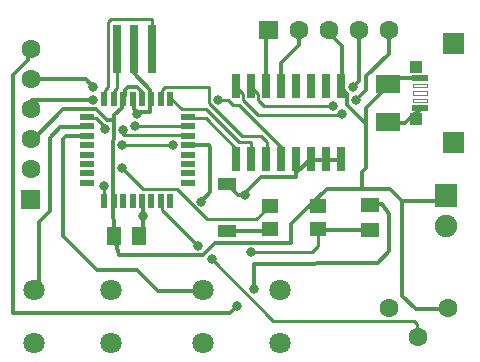
<source format=gbr>
%FSLAX34Y34*%
%MOMM*%
%LNCOPPER_TOP*%
G71*
G01*
%ADD10C,0.099*%
%ADD11R,0.559X1.270*%
%ADD12R,1.270X0.559*%
%ADD13C,1.800*%
%ADD14R,0.660X2.032*%
%ADD15C,1.600*%
%ADD16R,0.701X4.100*%
%ADD17C,0.305*%
%ADD18C,0.810*%
%ADD19C,0.300*%
%ADD20C,0.254*%
%ADD21C,1.900*%
%ADD22R,1.300X1.600*%
%ADD23R,1.400X1.300*%
%ADD24R,1.600X1.000*%
%ADD25R,1.600X1.300*%
%ADD26C,0.250*%
%ADD27R,2.000X1.600*%
%ADD28R,1.400X0.500*%
%LPD*%
G36*
X372138Y199665D02*
X389938Y199665D01*
X389938Y181865D01*
X372138Y181865D01*
X372138Y199665D01*
G37*
G36*
X372138Y283181D02*
X389938Y283181D01*
X389938Y265381D01*
X372138Y265381D01*
X372138Y283181D01*
G37*
G54D10*
X359270Y240524D02*
X346773Y240524D01*
X346773Y237527D01*
X359270Y237527D01*
X359270Y240524D01*
G54D10*
X359270Y240422D02*
X346773Y240422D01*
G54D10*
X359270Y247026D02*
X346773Y247026D01*
X346773Y244029D01*
X359270Y244029D01*
X359270Y247026D01*
G54D10*
X346773Y234022D02*
X359270Y234022D01*
X359270Y231024D01*
X346773Y231024D01*
X346773Y234022D01*
G54D10*
X359270Y233920D02*
X346773Y233920D01*
G54D10*
X346773Y227519D02*
X359270Y227519D01*
X359270Y224522D01*
X346773Y224522D01*
X346773Y227519D01*
G54D10*
X359270Y227418D02*
X346773Y227418D01*
G54D10*
X346773Y221017D02*
X359270Y221017D01*
X359270Y218020D01*
X346773Y218020D01*
X346773Y221017D01*
G54D10*
X359270Y220915D02*
X346773Y220915D01*
G36*
X344741Y215302D02*
X354799Y215302D01*
X354799Y205244D01*
X344741Y205244D01*
X344741Y215302D01*
G37*
G36*
X344741Y259802D02*
X354799Y259802D01*
X354799Y249744D01*
X344741Y249744D01*
X344741Y259802D01*
G37*
X141668Y227316D02*
G54D11*
D03*
X133667Y227316D02*
G54D11*
D03*
X125666Y227316D02*
G54D11*
D03*
X117665Y227316D02*
G54D11*
D03*
X109664Y227316D02*
G54D11*
D03*
X101663Y227316D02*
G54D11*
D03*
X93662Y227316D02*
G54D11*
D03*
X85661Y227316D02*
G54D11*
D03*
X85661Y141464D02*
G54D11*
D03*
X93662Y141464D02*
G54D11*
D03*
X101663Y141464D02*
G54D11*
D03*
X109664Y141464D02*
G54D11*
D03*
X117665Y141464D02*
G54D11*
D03*
X125666Y141464D02*
G54D11*
D03*
X133667Y141464D02*
G54D11*
D03*
X141668Y141464D02*
G54D11*
D03*
X156603Y156399D02*
G54D12*
D03*
X156603Y164400D02*
G54D12*
D03*
X156603Y172401D02*
G54D12*
D03*
X156603Y180402D02*
G54D12*
D03*
X156603Y188403D02*
G54D12*
D03*
X156603Y196404D02*
G54D12*
D03*
X156603Y204405D02*
G54D12*
D03*
X156603Y212406D02*
G54D12*
D03*
X70751Y212406D02*
G54D12*
D03*
X70751Y204405D02*
G54D12*
D03*
X70751Y196404D02*
G54D12*
D03*
X70751Y188403D02*
G54D12*
D03*
X70751Y180402D02*
G54D12*
D03*
X70751Y172401D02*
G54D12*
D03*
X70751Y164400D02*
G54D12*
D03*
X70751Y156399D02*
G54D12*
D03*
X26276Y66051D02*
G54D13*
D03*
X26276Y21043D02*
G54D13*
D03*
X91300Y21043D02*
G54D13*
D03*
X91300Y66051D02*
G54D13*
D03*
X169126Y66051D02*
G54D13*
D03*
X234150Y66051D02*
G54D13*
D03*
X234150Y21043D02*
G54D13*
D03*
X169126Y21043D02*
G54D13*
D03*
X197675Y176592D02*
G54D14*
D03*
X210375Y176592D02*
G54D14*
D03*
X223075Y176592D02*
G54D14*
D03*
X235775Y176592D02*
G54D14*
D03*
X248475Y176592D02*
G54D14*
D03*
X261175Y176592D02*
G54D14*
D03*
X273875Y176592D02*
G54D14*
D03*
X286575Y176592D02*
G54D14*
D03*
X286575Y238060D02*
G54D14*
D03*
X273875Y238060D02*
G54D14*
D03*
X261175Y238060D02*
G54D14*
D03*
X248475Y238060D02*
G54D14*
D03*
X235775Y238060D02*
G54D14*
D03*
X223075Y238060D02*
G54D14*
D03*
X210375Y238060D02*
G54D14*
D03*
X197675Y238060D02*
G54D14*
D03*
G36*
X216802Y293863D02*
X232802Y293863D01*
X232802Y277863D01*
X216802Y277863D01*
X216802Y293863D01*
G37*
G36*
X15482Y150353D02*
X31482Y150353D01*
X31482Y134353D01*
X15482Y134353D01*
X15482Y150353D01*
G37*
X23482Y167753D02*
G54D15*
D03*
X23482Y193153D02*
G54D15*
D03*
X23482Y218553D02*
G54D15*
D03*
X23482Y243953D02*
G54D15*
D03*
X23482Y269353D02*
G54D15*
D03*
X250202Y285863D02*
G54D15*
D03*
X275602Y285863D02*
G54D15*
D03*
X301002Y285863D02*
G54D15*
D03*
X326402Y285863D02*
G54D15*
D03*
X126200Y269988D02*
G54D16*
D03*
X111188Y269988D02*
G54D16*
D03*
X96177Y269988D02*
G54D16*
D03*
G54D17*
X288658Y151497D02*
X303898Y151497D01*
X303898Y165467D01*
X307708Y169277D01*
X307708Y207377D01*
X306438Y207377D01*
X291198Y222617D01*
X291198Y231507D01*
X288658Y234047D01*
X288658Y235317D01*
X286118Y237857D01*
X286575Y238060D01*
X287388Y239127D01*
X287388Y272147D01*
X274688Y284847D01*
X275602Y285863D01*
G54D17*
X353022Y245528D02*
X352158Y245477D01*
X320408Y245477D01*
X320408Y236587D01*
X319240Y236028D01*
X320408Y235317D01*
X320408Y232777D01*
X307708Y220077D01*
X307708Y207377D01*
G54D17*
X319240Y208520D02*
X320408Y207377D01*
X340728Y207377D01*
X348348Y214997D01*
X349770Y210273D01*
X349618Y211187D01*
X349618Y214997D01*
X353428Y218807D01*
X353022Y219518D01*
G54D17*
X286575Y176592D02*
X286118Y176897D01*
X284848Y175627D01*
X274688Y175627D01*
X273875Y176592D01*
X273418Y176897D01*
X272148Y175627D01*
X261988Y175627D01*
X261175Y176592D01*
X260718Y176897D01*
X249288Y165467D01*
X248018Y165467D01*
X248018Y161657D01*
X218808Y161657D01*
X204203Y147052D01*
X204838Y146417D01*
G54D17*
X248475Y176592D02*
X248018Y175627D01*
X248018Y165467D01*
G54D17*
X93662Y111125D02*
X93078Y141337D01*
X93662Y141464D01*
X93078Y142607D01*
X93078Y192137D01*
X94348Y193407D01*
X94348Y209917D01*
X87998Y209917D01*
X79108Y218807D01*
X51168Y218807D01*
X24498Y192137D01*
X23482Y193153D01*
G54D17*
X94348Y209917D02*
X94348Y213727D01*
X100698Y220077D01*
X100698Y225157D01*
X101968Y226427D01*
X101663Y227316D01*
X100698Y227697D01*
X103238Y230237D01*
X103238Y235317D01*
X105778Y237857D01*
X113398Y237857D01*
X118478Y232777D01*
X118478Y227697D01*
X117665Y227316D01*
G54D17*
X109664Y227316D02*
X109588Y226427D01*
X110858Y225157D01*
X110858Y218807D01*
X113398Y216267D01*
X113398Y214997D01*
G54D17*
X113398Y216267D02*
X124828Y216267D01*
X124828Y226427D01*
X125666Y227316D01*
X126098Y227697D01*
X124828Y228967D01*
X124828Y235317D01*
X110858Y249287D01*
X110858Y269607D01*
X111188Y269988D01*
G54D17*
X117665Y141464D02*
X118478Y141337D01*
X118478Y128637D01*
X118478Y115937D01*
X115938Y113397D01*
X116014Y113041D01*
X118478Y128637D02*
G54D18*
D03*
X85458Y154037D02*
G54D18*
D03*
X100698Y169277D02*
G54D18*
D03*
X100698Y188327D02*
G54D18*
D03*
X101968Y201027D02*
G54D18*
D03*
X112128Y204837D02*
G54D18*
D03*
X113398Y214997D02*
G54D18*
D03*
X86728Y202297D02*
G54D18*
D03*
X76568Y226427D02*
G54D18*
D03*
X76568Y237857D02*
G54D18*
D03*
X143878Y188327D02*
G54D18*
D03*
X181978Y226427D02*
G54D18*
D03*
X279768Y221347D02*
G54D18*
D03*
X287388Y214997D02*
G54D18*
D03*
X298818Y226427D02*
G54D18*
D03*
X296278Y237857D02*
G54D18*
D03*
X209918Y98157D02*
G54D18*
D03*
X176898Y91807D02*
G54D18*
D03*
X165468Y103237D02*
G54D18*
D03*
X167690Y140384D02*
G54D18*
D03*
X204838Y146417D02*
G54D18*
D03*
X212458Y66407D02*
G54D18*
D03*
X198488Y52437D02*
G54D18*
D03*
G54D19*
X198488Y52437D02*
X192138Y46087D01*
X8623Y46087D01*
X8623Y248017D01*
X21323Y260717D01*
X21323Y268337D01*
X20307Y269353D01*
G54D19*
X76568Y237857D02*
X70218Y244207D01*
X24498Y244207D01*
X23482Y243953D01*
G54D20*
X126200Y269988D02*
X126098Y270877D01*
X126098Y295007D01*
X91808Y295007D01*
X89268Y292467D01*
X89268Y237857D01*
X86728Y235317D01*
X86728Y228967D01*
X85458Y227697D01*
X85661Y227316D01*
G54D20*
X96177Y269988D02*
X96888Y269607D01*
X96888Y236587D01*
X94348Y234047D01*
X94348Y228967D01*
X93078Y227697D01*
X93662Y227316D01*
G54D19*
X76568Y226427D02*
X24498Y226427D01*
X24498Y218807D01*
X23482Y218553D01*
G54D19*
X75514Y204405D02*
X74980Y204837D01*
X73710Y203567D01*
X48310Y203567D01*
X39420Y194677D01*
X39420Y132447D01*
X30530Y123557D01*
X30530Y66407D01*
X31038Y66051D01*
G54D20*
X85661Y141464D02*
X86728Y142607D01*
X85458Y143877D01*
X85458Y154037D01*
G54D20*
X70751Y212406D02*
X71488Y212457D01*
X72758Y211187D01*
X79108Y211187D01*
X86728Y203567D01*
X86728Y202297D01*
G54D20*
X101968Y201027D02*
X101968Y197217D01*
X155308Y197217D01*
X156578Y195947D01*
X156603Y196404D01*
G54D20*
X176898Y91807D02*
X228968Y39737D01*
X348348Y39737D01*
X350888Y37197D01*
X350888Y27037D01*
G54D20*
X165468Y103237D02*
X134988Y133717D01*
X134988Y138797D01*
X132448Y141337D01*
X133667Y141464D01*
G54D20*
X197675Y176592D02*
X198488Y176897D01*
X198488Y184517D01*
X171818Y211187D01*
X159118Y211187D01*
X157848Y212457D01*
X156603Y212406D01*
G54D20*
X156603Y204405D02*
X156578Y203567D01*
X155308Y204837D01*
X112128Y204837D01*
G54D20*
X100698Y188327D02*
X143878Y188327D01*
G54D20*
X141668Y227316D02*
X142608Y227697D01*
X151498Y218807D01*
X171818Y218807D01*
X199758Y190867D01*
X209918Y190867D01*
X209918Y176897D01*
X210375Y176592D01*
G54D20*
X223075Y176592D02*
X223888Y176897D01*
X223888Y190867D01*
X218808Y195947D01*
X202298Y195947D01*
X174358Y223887D01*
X174358Y237857D01*
X137528Y237857D01*
X134988Y235317D01*
X134988Y230237D01*
X132448Y227697D01*
X133667Y227316D01*
G54D20*
X181978Y226427D02*
X190868Y226427D01*
X194678Y222617D01*
X199758Y222617D01*
X236588Y185787D01*
X236588Y176897D01*
X235775Y176592D01*
G54D20*
X197675Y238060D02*
X197218Y237857D01*
X203568Y231507D01*
X203568Y226427D01*
X216268Y213727D01*
X287388Y213727D01*
X287388Y214997D01*
G54D20*
X279768Y221347D02*
X221348Y221347D01*
X216268Y226427D01*
X216268Y231507D01*
X209918Y237857D01*
X210375Y238060D01*
G54D19*
X296278Y237857D02*
X301358Y242937D01*
X301358Y284847D01*
X301002Y285863D01*
G54D19*
X326402Y285863D02*
X326758Y284847D01*
X326758Y265797D01*
X307708Y246747D01*
X307708Y235317D01*
X298818Y226427D01*
X351650Y25849D02*
G54D15*
D03*
X376650Y50849D02*
G54D15*
D03*
X326650Y50849D02*
G54D15*
D03*
G54D19*
X93662Y111125D02*
X98158Y95617D01*
X169278Y95617D01*
X179438Y105777D01*
X244208Y105777D01*
X244208Y121550D01*
X254038Y131380D01*
X274688Y151497D01*
X374934Y120212D02*
G54D21*
D03*
G36*
X365434Y136112D02*
X365434Y155112D01*
X384434Y155112D01*
X384434Y136112D01*
X365434Y136112D01*
G37*
X93662Y111125D02*
G54D22*
D03*
X115044Y111125D02*
G54D22*
D03*
X267072Y136897D02*
G54D23*
D03*
X267072Y117103D02*
G54D23*
D03*
X189598Y155624D02*
G54D24*
D03*
X189598Y115937D02*
G54D24*
D03*
G54D19*
X70751Y196404D02*
X53529Y196404D01*
X50800Y193675D01*
X50800Y111125D01*
X79375Y82550D01*
X113765Y82550D01*
X131178Y65137D01*
X168211Y65137D01*
X169126Y66051D01*
X310729Y137690D02*
G54D25*
D03*
X310729Y116309D02*
G54D25*
D03*
X225797Y136897D02*
G54D23*
D03*
X225797Y117103D02*
G54D23*
D03*
G54D19*
X212458Y66407D02*
X212458Y87362D01*
X317550Y88156D01*
X327025Y98425D01*
X327025Y130175D01*
X320675Y138112D01*
X310729Y137690D01*
G54D19*
X310729Y116309D02*
X267866Y116309D01*
X267072Y117103D01*
G54D26*
X209918Y98157D02*
X261670Y98157D01*
X266700Y103188D01*
X266700Y116731D01*
X267072Y117103D01*
G54D19*
X189598Y115937D02*
X224631Y115937D01*
X225797Y117103D01*
G54D19*
X204838Y146417D02*
X198806Y146417D01*
X189598Y155624D01*
G54D19*
X156603Y188403D02*
X174282Y188403D01*
X175628Y187057D01*
X175628Y148322D01*
X167690Y140384D01*
G54D26*
X100698Y169277D02*
X118478Y151497D01*
X146953Y151497D01*
X173038Y125412D01*
X214312Y125412D01*
X225797Y136897D01*
G54D19*
X267072Y136897D02*
X267072Y143881D01*
X274688Y151497D01*
X327928Y151497D01*
X338138Y141288D01*
X338138Y60325D01*
X349250Y49212D01*
X375013Y49212D01*
X376650Y50849D01*
X325546Y239822D02*
G54D27*
D03*
X325546Y207854D02*
G54D27*
D03*
G54D19*
X338138Y141288D02*
X370610Y141288D01*
X374934Y145612D01*
X353022Y245528D02*
G54D28*
D03*
X353022Y219518D02*
G54D28*
D03*
G54D19*
X223075Y238060D02*
X223075Y284136D01*
X224802Y285863D01*
G54D19*
X235775Y238060D02*
X235775Y258000D01*
X250825Y273050D01*
X250825Y285240D01*
X250202Y285863D01*
M02*

</source>
